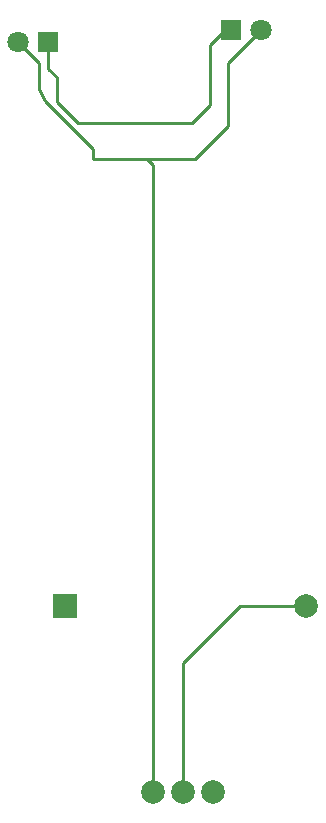
<source format=gbr>
%TF.GenerationSoftware,KiCad,Pcbnew,(5.1.6)-1*%
%TF.CreationDate,2021-02-21T20:50:39+01:00*%
%TF.ProjectId,RobiV3,526f6269-5633-42e6-9b69-6361645f7063,rev?*%
%TF.SameCoordinates,Original*%
%TF.FileFunction,Copper,L1,Top*%
%TF.FilePolarity,Positive*%
%FSLAX46Y46*%
G04 Gerber Fmt 4.6, Leading zero omitted, Abs format (unit mm)*
G04 Created by KiCad (PCBNEW (5.1.6)-1) date 2021-02-21 20:50:39*
%MOMM*%
%LPD*%
G01*
G04 APERTURE LIST*
%TA.AperFunction,ComponentPad*%
%ADD10R,1.800000X1.800000*%
%TD*%
%TA.AperFunction,ComponentPad*%
%ADD11C,1.800000*%
%TD*%
%TA.AperFunction,ComponentPad*%
%ADD12C,2.000000*%
%TD*%
%TA.AperFunction,ComponentPad*%
%ADD13R,2.000000X2.000000*%
%TD*%
%TA.AperFunction,Conductor*%
%ADD14C,0.250000*%
%TD*%
G04 APERTURE END LIST*
D10*
%TO.P,D1,1*%
%TO.N,Net-(D1-Pad1)*%
X107696000Y-58420000D03*
D11*
%TO.P,D1,2*%
%TO.N,Net-(D1-Pad2)*%
X105156000Y-58420000D03*
%TD*%
%TO.P,D2,2*%
%TO.N,Net-(D1-Pad2)*%
X125730000Y-57404000D03*
D10*
%TO.P,D2,1*%
%TO.N,Net-(D1-Pad1)*%
X123190000Y-57404000D03*
%TD*%
D12*
%TO.P,S1,1*%
%TO.N,Net-(S1-Pad1)*%
X121666000Y-121920000D03*
%TO.P,S1,2*%
%TO.N,Net-(S1-Pad2)*%
X119126000Y-121920000D03*
%TO.P,S1,3*%
%TO.N,Net-(D1-Pad2)*%
X116586000Y-121920000D03*
%TD*%
%TO.P,U1,1*%
%TO.N,Net-(S1-Pad2)*%
X129540000Y-106172000D03*
D13*
%TO.P,U1,2*%
%TO.N,Net-(D1-Pad1)*%
X109088400Y-106172000D03*
%TD*%
D14*
%TO.N,Net-(D1-Pad1)*%
X121412000Y-63754000D02*
X121412000Y-58674000D01*
X119813310Y-65352690D02*
X121412000Y-63754000D01*
X107696000Y-60706000D02*
X108402397Y-61412397D01*
X122682000Y-57404000D02*
X123190000Y-57404000D01*
X108402397Y-61412397D02*
X108402397Y-63519087D01*
X121412000Y-58674000D02*
X122682000Y-57404000D01*
X107696000Y-58420000D02*
X107696000Y-60706000D01*
X110236000Y-65352690D02*
X119813310Y-65352690D01*
X108402397Y-63519087D02*
X110236000Y-65352690D01*
%TO.N,Net-(D1-Pad2)*%
X125730000Y-57404000D02*
X122936000Y-60198000D01*
X122936000Y-60198000D02*
X122936000Y-65532000D01*
X122936000Y-65532000D02*
X120142000Y-68326000D01*
X107441999Y-63478848D02*
X106934000Y-62431915D01*
X111506000Y-68326000D02*
X111506000Y-67542849D01*
X111506000Y-67542849D02*
X107441999Y-63478848D01*
X106934000Y-60198000D02*
X105156000Y-58420000D01*
X106934000Y-62431915D02*
X106934000Y-60198000D01*
X116586000Y-68834000D02*
X116078000Y-68326000D01*
X116586000Y-121920000D02*
X116586000Y-68834000D01*
X120142000Y-68326000D02*
X116078000Y-68326000D01*
X116078000Y-68326000D02*
X111506000Y-68326000D01*
%TO.N,Net-(S1-Pad2)*%
X129540000Y-106172000D02*
X123952000Y-106172000D01*
X119126000Y-110998000D02*
X119126000Y-121920000D01*
X123952000Y-106172000D02*
X119126000Y-110998000D01*
%TD*%
M02*

</source>
